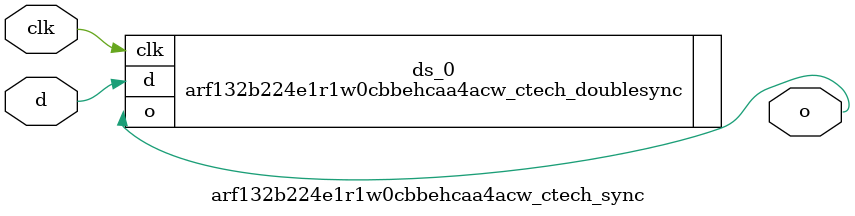
<source format=sv>

`ifndef ARF132B224E1R1W0CBBEHCAA4ACW_CTECH_SYNC_SV
`define ARF132B224E1R1W0CBBEHCAA4ACW_CTECH_SYNC_SV

module arf132b224e1r1w0cbbehcaa4acw_ctech_sync (
  input  logic  clk,
  input  logic  d,

  output logic  o
);

  arf132b224e1r1w0cbbehcaa4acw_ctech_doublesync ds_0 (.o(o), .d(d), .clk(clk));

endmodule // arf132b224e1r1w0cbbehcaa4acw_ctech_sync

`endif // ARF132B224E1R1W0CBBEHCAA4ACW_CTECH_SYNC_SV
</source>
